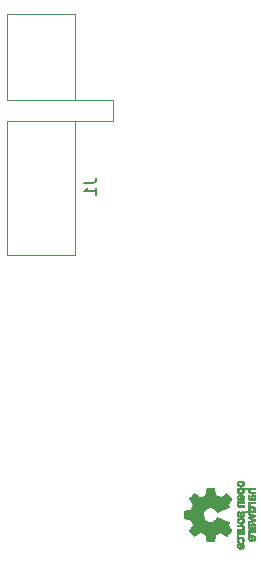
<source format=gbr>
G04 #@! TF.GenerationSoftware,KiCad,Pcbnew,5.0.2+dfsg1-1*
G04 #@! TF.CreationDate,2021-07-01T00:09:32-05:00*
G04 #@! TF.ProjectId,dcpsu-card-ahalf,64637073-752d-4636-9172-642d6168616c,v0.4*
G04 #@! TF.SameCoordinates,Original*
G04 #@! TF.FileFunction,Legend,Bot*
G04 #@! TF.FilePolarity,Positive*
%FSLAX46Y46*%
G04 Gerber Fmt 4.6, Leading zero omitted, Abs format (unit mm)*
G04 Created by KiCad (PCBNEW 5.0.2+dfsg1-1) date Thu 01 Jul 2021 12:09:32 AM CDT*
%MOMM*%
%LPD*%
G01*
G04 APERTURE LIST*
%ADD10C,0.010000*%
%ADD11C,0.120000*%
%ADD12C,0.150000*%
G04 APERTURE END LIST*
D10*
G04 #@! TO.C,REF\002A\002A*
G36*
X95290018Y-126376964D02*
X95591570Y-126433812D01*
X95764512Y-126853338D01*
X95593395Y-127104984D01*
X95545750Y-127175458D01*
X95503210Y-127239163D01*
X95467715Y-127293126D01*
X95441210Y-127334373D01*
X95425636Y-127359934D01*
X95422278Y-127366895D01*
X95430914Y-127379435D01*
X95454792Y-127406231D01*
X95490859Y-127444280D01*
X95536067Y-127490579D01*
X95587364Y-127542123D01*
X95641701Y-127595909D01*
X95696028Y-127648935D01*
X95747295Y-127698195D01*
X95792451Y-127740687D01*
X95828446Y-127773407D01*
X95852230Y-127793351D01*
X95860190Y-127798119D01*
X95874865Y-127791257D01*
X95907014Y-127772020D01*
X95953492Y-127742430D01*
X96011156Y-127704510D01*
X96076860Y-127660282D01*
X96114336Y-127634654D01*
X96182768Y-127587941D01*
X96244520Y-127546432D01*
X96296519Y-127512140D01*
X96335692Y-127487080D01*
X96358965Y-127473264D01*
X96363855Y-127471188D01*
X96377755Y-127475895D01*
X96410150Y-127488723D01*
X96456485Y-127507738D01*
X96512206Y-127531003D01*
X96572758Y-127556584D01*
X96633586Y-127582545D01*
X96690136Y-127606950D01*
X96737852Y-127627863D01*
X96772181Y-127643349D01*
X96788568Y-127651472D01*
X96789212Y-127651952D01*
X96792341Y-127664707D01*
X96799321Y-127698677D01*
X96809467Y-127750340D01*
X96822092Y-127816176D01*
X96836509Y-127892664D01*
X96844823Y-127937290D01*
X96860384Y-128019021D01*
X96875192Y-128092843D01*
X96888436Y-128155021D01*
X96899305Y-128201822D01*
X96906989Y-128229509D01*
X96909427Y-128235074D01*
X96925930Y-128240526D01*
X96963200Y-128244924D01*
X97016880Y-128248272D01*
X97082612Y-128250574D01*
X97156037Y-128251832D01*
X97232796Y-128252048D01*
X97308532Y-128251227D01*
X97378886Y-128249371D01*
X97439500Y-128246482D01*
X97486016Y-128242565D01*
X97514075Y-128237622D01*
X97519916Y-128234657D01*
X97526917Y-128216934D01*
X97536927Y-128179381D01*
X97548769Y-128126964D01*
X97561267Y-128064652D01*
X97565310Y-128042900D01*
X97584520Y-127938024D01*
X97599991Y-127855180D01*
X97612337Y-127791630D01*
X97622173Y-127744637D01*
X97630114Y-127711463D01*
X97636776Y-127689371D01*
X97642773Y-127675624D01*
X97648719Y-127667484D01*
X97649894Y-127666345D01*
X97668826Y-127654977D01*
X97705669Y-127637635D01*
X97755913Y-127616050D01*
X97815046Y-127591954D01*
X97878556Y-127567079D01*
X97941932Y-127543157D01*
X98000662Y-127521919D01*
X98050235Y-127505097D01*
X98086139Y-127494422D01*
X98103862Y-127491627D01*
X98104483Y-127491860D01*
X98118970Y-127501331D01*
X98150844Y-127522818D01*
X98196789Y-127554063D01*
X98253485Y-127592807D01*
X98317617Y-127636793D01*
X98335842Y-127649319D01*
X98401914Y-127693984D01*
X98462200Y-127733288D01*
X98513235Y-127765088D01*
X98551560Y-127787245D01*
X98573711Y-127797617D01*
X98576432Y-127798119D01*
X98590736Y-127789405D01*
X98619072Y-127765325D01*
X98658396Y-127728976D01*
X98705661Y-127683453D01*
X98757823Y-127631852D01*
X98811835Y-127577267D01*
X98864653Y-127522794D01*
X98913231Y-127471529D01*
X98954523Y-127426567D01*
X98985485Y-127391004D01*
X99003070Y-127367935D01*
X99005941Y-127361554D01*
X98999178Y-127346699D01*
X98980939Y-127316286D01*
X98954297Y-127275268D01*
X98932852Y-127243709D01*
X98893503Y-127186525D01*
X98847171Y-127118806D01*
X98800913Y-127050880D01*
X98776155Y-127014361D01*
X98692547Y-126890752D01*
X98748650Y-126786991D01*
X98773228Y-126739720D01*
X98792331Y-126699523D01*
X98803227Y-126672326D01*
X98804743Y-126665402D01*
X98793549Y-126657077D01*
X98761917Y-126640654D01*
X98712765Y-126617357D01*
X98649010Y-126588414D01*
X98573571Y-126555050D01*
X98489364Y-126518491D01*
X98399308Y-126479964D01*
X98306321Y-126440694D01*
X98213320Y-126401908D01*
X98123223Y-126364830D01*
X98038948Y-126330689D01*
X97963413Y-126300708D01*
X97899534Y-126276116D01*
X97850231Y-126258136D01*
X97818421Y-126247997D01*
X97807496Y-126246366D01*
X97793561Y-126259291D01*
X97770940Y-126287589D01*
X97744333Y-126325346D01*
X97742228Y-126328515D01*
X97664114Y-126426100D01*
X97572982Y-126504786D01*
X97471745Y-126563891D01*
X97363318Y-126602732D01*
X97250614Y-126620628D01*
X97136548Y-126616897D01*
X97024034Y-126590857D01*
X96915985Y-126541825D01*
X96892345Y-126527400D01*
X96796887Y-126452369D01*
X96720232Y-126363730D01*
X96662780Y-126264549D01*
X96624929Y-126157895D01*
X96607078Y-126046836D01*
X96609625Y-125934439D01*
X96632970Y-125823773D01*
X96677510Y-125717906D01*
X96743645Y-125619905D01*
X96770487Y-125589590D01*
X96854512Y-125512438D01*
X96942966Y-125456218D01*
X97042115Y-125417653D01*
X97140303Y-125396174D01*
X97250697Y-125390872D01*
X97361640Y-125408552D01*
X97469381Y-125447419D01*
X97570169Y-125505677D01*
X97660256Y-125581531D01*
X97735892Y-125673183D01*
X97743864Y-125685228D01*
X97769974Y-125723389D01*
X97792595Y-125752399D01*
X97807039Y-125766268D01*
X97807496Y-125766469D01*
X97823121Y-125763492D01*
X97858582Y-125751689D01*
X97910962Y-125732286D01*
X97977345Y-125706512D01*
X98054814Y-125675591D01*
X98140450Y-125640751D01*
X98231337Y-125603217D01*
X98324559Y-125564217D01*
X98417197Y-125524977D01*
X98506335Y-125486724D01*
X98589055Y-125450683D01*
X98662441Y-125418083D01*
X98723575Y-125390148D01*
X98769541Y-125368105D01*
X98797421Y-125353182D01*
X98804743Y-125347172D01*
X98799041Y-125328809D01*
X98783749Y-125294448D01*
X98761599Y-125250016D01*
X98748650Y-125225583D01*
X98692547Y-125121822D01*
X98776155Y-124998213D01*
X98818987Y-124935114D01*
X98866122Y-124866030D01*
X98910503Y-124801293D01*
X98932852Y-124768866D01*
X98963477Y-124723259D01*
X98987747Y-124684640D01*
X99002587Y-124658048D01*
X99005724Y-124649410D01*
X98997261Y-124636839D01*
X98973636Y-124609016D01*
X98937302Y-124568639D01*
X98890711Y-124518405D01*
X98836317Y-124461012D01*
X98801392Y-124424714D01*
X98738996Y-124361210D01*
X98683188Y-124306327D01*
X98636354Y-124262286D01*
X98600882Y-124231305D01*
X98579161Y-124215602D01*
X98574752Y-124214095D01*
X98557985Y-124221086D01*
X98524082Y-124240406D01*
X98476476Y-124269909D01*
X98418599Y-124307455D01*
X98353884Y-124350900D01*
X98335842Y-124363255D01*
X98270267Y-124408273D01*
X98211228Y-124448660D01*
X98162042Y-124482160D01*
X98126028Y-124506514D01*
X98106502Y-124519464D01*
X98104483Y-124520715D01*
X98088922Y-124518844D01*
X98054709Y-124508913D01*
X98006355Y-124492653D01*
X97948371Y-124471795D01*
X97885270Y-124448073D01*
X97821563Y-124423216D01*
X97761761Y-124398958D01*
X97710376Y-124377029D01*
X97671919Y-124359162D01*
X97650902Y-124347087D01*
X97649894Y-124346229D01*
X97643888Y-124338846D01*
X97637948Y-124326375D01*
X97631460Y-124306080D01*
X97623809Y-124275222D01*
X97614380Y-124231066D01*
X97602559Y-124170874D01*
X97587729Y-124091907D01*
X97569277Y-123991430D01*
X97565310Y-123969675D01*
X97552853Y-123905198D01*
X97540666Y-123848989D01*
X97529926Y-123806013D01*
X97521809Y-123781240D01*
X97519916Y-123777918D01*
X97503138Y-123772444D01*
X97465645Y-123767994D01*
X97411794Y-123764572D01*
X97345944Y-123762181D01*
X97272453Y-123760823D01*
X97195680Y-123760501D01*
X97119983Y-123761219D01*
X97049720Y-123762979D01*
X96989250Y-123765784D01*
X96942930Y-123769638D01*
X96915119Y-123774543D01*
X96909427Y-123777500D01*
X96903686Y-123793963D01*
X96894345Y-123831449D01*
X96882215Y-123886225D01*
X96868107Y-123954555D01*
X96852830Y-124032706D01*
X96844823Y-124075284D01*
X96829721Y-124156071D01*
X96816040Y-124228113D01*
X96804467Y-124287889D01*
X96795687Y-124331879D01*
X96790387Y-124356561D01*
X96789212Y-124360623D01*
X96775965Y-124367489D01*
X96744057Y-124382002D01*
X96698047Y-124402229D01*
X96642492Y-124426234D01*
X96581953Y-124452082D01*
X96520986Y-124477840D01*
X96464151Y-124501573D01*
X96416006Y-124521346D01*
X96381110Y-124535224D01*
X96364021Y-124541274D01*
X96363274Y-124541386D01*
X96349793Y-124534528D01*
X96318770Y-124515302D01*
X96273289Y-124485728D01*
X96216432Y-124447827D01*
X96151283Y-124403620D01*
X96113862Y-124377921D01*
X96045247Y-124331093D01*
X95982952Y-124289501D01*
X95930129Y-124255175D01*
X95889927Y-124230143D01*
X95865500Y-124216435D01*
X95860024Y-124214456D01*
X95847278Y-124222966D01*
X95820063Y-124246493D01*
X95781428Y-124282032D01*
X95734423Y-124326577D01*
X95682095Y-124377123D01*
X95627495Y-124430664D01*
X95573670Y-124484195D01*
X95523670Y-124534711D01*
X95480543Y-124579206D01*
X95447339Y-124614675D01*
X95427106Y-124638113D01*
X95422278Y-124645954D01*
X95429067Y-124658720D01*
X95448142Y-124689256D01*
X95477561Y-124734590D01*
X95515381Y-124791756D01*
X95559661Y-124857784D01*
X95593395Y-124907590D01*
X95764512Y-125159236D01*
X95678041Y-125368999D01*
X95591570Y-125578763D01*
X95290018Y-125635611D01*
X94988466Y-125692460D01*
X94988466Y-126320115D01*
X95290018Y-126376964D01*
X95290018Y-126376964D01*
G37*
X95290018Y-126376964D02*
X95591570Y-126433812D01*
X95764512Y-126853338D01*
X95593395Y-127104984D01*
X95545750Y-127175458D01*
X95503210Y-127239163D01*
X95467715Y-127293126D01*
X95441210Y-127334373D01*
X95425636Y-127359934D01*
X95422278Y-127366895D01*
X95430914Y-127379435D01*
X95454792Y-127406231D01*
X95490859Y-127444280D01*
X95536067Y-127490579D01*
X95587364Y-127542123D01*
X95641701Y-127595909D01*
X95696028Y-127648935D01*
X95747295Y-127698195D01*
X95792451Y-127740687D01*
X95828446Y-127773407D01*
X95852230Y-127793351D01*
X95860190Y-127798119D01*
X95874865Y-127791257D01*
X95907014Y-127772020D01*
X95953492Y-127742430D01*
X96011156Y-127704510D01*
X96076860Y-127660282D01*
X96114336Y-127634654D01*
X96182768Y-127587941D01*
X96244520Y-127546432D01*
X96296519Y-127512140D01*
X96335692Y-127487080D01*
X96358965Y-127473264D01*
X96363855Y-127471188D01*
X96377755Y-127475895D01*
X96410150Y-127488723D01*
X96456485Y-127507738D01*
X96512206Y-127531003D01*
X96572758Y-127556584D01*
X96633586Y-127582545D01*
X96690136Y-127606950D01*
X96737852Y-127627863D01*
X96772181Y-127643349D01*
X96788568Y-127651472D01*
X96789212Y-127651952D01*
X96792341Y-127664707D01*
X96799321Y-127698677D01*
X96809467Y-127750340D01*
X96822092Y-127816176D01*
X96836509Y-127892664D01*
X96844823Y-127937290D01*
X96860384Y-128019021D01*
X96875192Y-128092843D01*
X96888436Y-128155021D01*
X96899305Y-128201822D01*
X96906989Y-128229509D01*
X96909427Y-128235074D01*
X96925930Y-128240526D01*
X96963200Y-128244924D01*
X97016880Y-128248272D01*
X97082612Y-128250574D01*
X97156037Y-128251832D01*
X97232796Y-128252048D01*
X97308532Y-128251227D01*
X97378886Y-128249371D01*
X97439500Y-128246482D01*
X97486016Y-128242565D01*
X97514075Y-128237622D01*
X97519916Y-128234657D01*
X97526917Y-128216934D01*
X97536927Y-128179381D01*
X97548769Y-128126964D01*
X97561267Y-128064652D01*
X97565310Y-128042900D01*
X97584520Y-127938024D01*
X97599991Y-127855180D01*
X97612337Y-127791630D01*
X97622173Y-127744637D01*
X97630114Y-127711463D01*
X97636776Y-127689371D01*
X97642773Y-127675624D01*
X97648719Y-127667484D01*
X97649894Y-127666345D01*
X97668826Y-127654977D01*
X97705669Y-127637635D01*
X97755913Y-127616050D01*
X97815046Y-127591954D01*
X97878556Y-127567079D01*
X97941932Y-127543157D01*
X98000662Y-127521919D01*
X98050235Y-127505097D01*
X98086139Y-127494422D01*
X98103862Y-127491627D01*
X98104483Y-127491860D01*
X98118970Y-127501331D01*
X98150844Y-127522818D01*
X98196789Y-127554063D01*
X98253485Y-127592807D01*
X98317617Y-127636793D01*
X98335842Y-127649319D01*
X98401914Y-127693984D01*
X98462200Y-127733288D01*
X98513235Y-127765088D01*
X98551560Y-127787245D01*
X98573711Y-127797617D01*
X98576432Y-127798119D01*
X98590736Y-127789405D01*
X98619072Y-127765325D01*
X98658396Y-127728976D01*
X98705661Y-127683453D01*
X98757823Y-127631852D01*
X98811835Y-127577267D01*
X98864653Y-127522794D01*
X98913231Y-127471529D01*
X98954523Y-127426567D01*
X98985485Y-127391004D01*
X99003070Y-127367935D01*
X99005941Y-127361554D01*
X98999178Y-127346699D01*
X98980939Y-127316286D01*
X98954297Y-127275268D01*
X98932852Y-127243709D01*
X98893503Y-127186525D01*
X98847171Y-127118806D01*
X98800913Y-127050880D01*
X98776155Y-127014361D01*
X98692547Y-126890752D01*
X98748650Y-126786991D01*
X98773228Y-126739720D01*
X98792331Y-126699523D01*
X98803227Y-126672326D01*
X98804743Y-126665402D01*
X98793549Y-126657077D01*
X98761917Y-126640654D01*
X98712765Y-126617357D01*
X98649010Y-126588414D01*
X98573571Y-126555050D01*
X98489364Y-126518491D01*
X98399308Y-126479964D01*
X98306321Y-126440694D01*
X98213320Y-126401908D01*
X98123223Y-126364830D01*
X98038948Y-126330689D01*
X97963413Y-126300708D01*
X97899534Y-126276116D01*
X97850231Y-126258136D01*
X97818421Y-126247997D01*
X97807496Y-126246366D01*
X97793561Y-126259291D01*
X97770940Y-126287589D01*
X97744333Y-126325346D01*
X97742228Y-126328515D01*
X97664114Y-126426100D01*
X97572982Y-126504786D01*
X97471745Y-126563891D01*
X97363318Y-126602732D01*
X97250614Y-126620628D01*
X97136548Y-126616897D01*
X97024034Y-126590857D01*
X96915985Y-126541825D01*
X96892345Y-126527400D01*
X96796887Y-126452369D01*
X96720232Y-126363730D01*
X96662780Y-126264549D01*
X96624929Y-126157895D01*
X96607078Y-126046836D01*
X96609625Y-125934439D01*
X96632970Y-125823773D01*
X96677510Y-125717906D01*
X96743645Y-125619905D01*
X96770487Y-125589590D01*
X96854512Y-125512438D01*
X96942966Y-125456218D01*
X97042115Y-125417653D01*
X97140303Y-125396174D01*
X97250697Y-125390872D01*
X97361640Y-125408552D01*
X97469381Y-125447419D01*
X97570169Y-125505677D01*
X97660256Y-125581531D01*
X97735892Y-125673183D01*
X97743864Y-125685228D01*
X97769974Y-125723389D01*
X97792595Y-125752399D01*
X97807039Y-125766268D01*
X97807496Y-125766469D01*
X97823121Y-125763492D01*
X97858582Y-125751689D01*
X97910962Y-125732286D01*
X97977345Y-125706512D01*
X98054814Y-125675591D01*
X98140450Y-125640751D01*
X98231337Y-125603217D01*
X98324559Y-125564217D01*
X98417197Y-125524977D01*
X98506335Y-125486724D01*
X98589055Y-125450683D01*
X98662441Y-125418083D01*
X98723575Y-125390148D01*
X98769541Y-125368105D01*
X98797421Y-125353182D01*
X98804743Y-125347172D01*
X98799041Y-125328809D01*
X98783749Y-125294448D01*
X98761599Y-125250016D01*
X98748650Y-125225583D01*
X98692547Y-125121822D01*
X98776155Y-124998213D01*
X98818987Y-124935114D01*
X98866122Y-124866030D01*
X98910503Y-124801293D01*
X98932852Y-124768866D01*
X98963477Y-124723259D01*
X98987747Y-124684640D01*
X99002587Y-124658048D01*
X99005724Y-124649410D01*
X98997261Y-124636839D01*
X98973636Y-124609016D01*
X98937302Y-124568639D01*
X98890711Y-124518405D01*
X98836317Y-124461012D01*
X98801392Y-124424714D01*
X98738996Y-124361210D01*
X98683188Y-124306327D01*
X98636354Y-124262286D01*
X98600882Y-124231305D01*
X98579161Y-124215602D01*
X98574752Y-124214095D01*
X98557985Y-124221086D01*
X98524082Y-124240406D01*
X98476476Y-124269909D01*
X98418599Y-124307455D01*
X98353884Y-124350900D01*
X98335842Y-124363255D01*
X98270267Y-124408273D01*
X98211228Y-124448660D01*
X98162042Y-124482160D01*
X98126028Y-124506514D01*
X98106502Y-124519464D01*
X98104483Y-124520715D01*
X98088922Y-124518844D01*
X98054709Y-124508913D01*
X98006355Y-124492653D01*
X97948371Y-124471795D01*
X97885270Y-124448073D01*
X97821563Y-124423216D01*
X97761761Y-124398958D01*
X97710376Y-124377029D01*
X97671919Y-124359162D01*
X97650902Y-124347087D01*
X97649894Y-124346229D01*
X97643888Y-124338846D01*
X97637948Y-124326375D01*
X97631460Y-124306080D01*
X97623809Y-124275222D01*
X97614380Y-124231066D01*
X97602559Y-124170874D01*
X97587729Y-124091907D01*
X97569277Y-123991430D01*
X97565310Y-123969675D01*
X97552853Y-123905198D01*
X97540666Y-123848989D01*
X97529926Y-123806013D01*
X97521809Y-123781240D01*
X97519916Y-123777918D01*
X97503138Y-123772444D01*
X97465645Y-123767994D01*
X97411794Y-123764572D01*
X97345944Y-123762181D01*
X97272453Y-123760823D01*
X97195680Y-123760501D01*
X97119983Y-123761219D01*
X97049720Y-123762979D01*
X96989250Y-123765784D01*
X96942930Y-123769638D01*
X96915119Y-123774543D01*
X96909427Y-123777500D01*
X96903686Y-123793963D01*
X96894345Y-123831449D01*
X96882215Y-123886225D01*
X96868107Y-123954555D01*
X96852830Y-124032706D01*
X96844823Y-124075284D01*
X96829721Y-124156071D01*
X96816040Y-124228113D01*
X96804467Y-124287889D01*
X96795687Y-124331879D01*
X96790387Y-124356561D01*
X96789212Y-124360623D01*
X96775965Y-124367489D01*
X96744057Y-124382002D01*
X96698047Y-124402229D01*
X96642492Y-124426234D01*
X96581953Y-124452082D01*
X96520986Y-124477840D01*
X96464151Y-124501573D01*
X96416006Y-124521346D01*
X96381110Y-124535224D01*
X96364021Y-124541274D01*
X96363274Y-124541386D01*
X96349793Y-124534528D01*
X96318770Y-124515302D01*
X96273289Y-124485728D01*
X96216432Y-124447827D01*
X96151283Y-124403620D01*
X96113862Y-124377921D01*
X96045247Y-124331093D01*
X95982952Y-124289501D01*
X95930129Y-124255175D01*
X95889927Y-124230143D01*
X95865500Y-124216435D01*
X95860024Y-124214456D01*
X95847278Y-124222966D01*
X95820063Y-124246493D01*
X95781428Y-124282032D01*
X95734423Y-124326577D01*
X95682095Y-124377123D01*
X95627495Y-124430664D01*
X95573670Y-124484195D01*
X95523670Y-124534711D01*
X95480543Y-124579206D01*
X95447339Y-124614675D01*
X95427106Y-124638113D01*
X95422278Y-124645954D01*
X95429067Y-124658720D01*
X95448142Y-124689256D01*
X95477561Y-124734590D01*
X95515381Y-124791756D01*
X95559661Y-124857784D01*
X95593395Y-124907590D01*
X95764512Y-125159236D01*
X95678041Y-125368999D01*
X95591570Y-125578763D01*
X95290018Y-125635611D01*
X94988466Y-125692460D01*
X94988466Y-126320115D01*
X95290018Y-126376964D01*
G36*
X99458030Y-127799460D02*
X99471245Y-127842711D01*
X99487941Y-127870558D01*
X99501145Y-127879629D01*
X99516797Y-127877132D01*
X99541385Y-127860931D01*
X99558800Y-127847232D01*
X99590283Y-127818992D01*
X99603529Y-127797775D01*
X99602664Y-127779688D01*
X99589010Y-127726035D01*
X99589630Y-127686630D01*
X99605104Y-127654632D01*
X99614161Y-127643890D01*
X99646027Y-127609505D01*
X100062179Y-127609505D01*
X100062179Y-127471188D01*
X99458614Y-127471188D01*
X99458614Y-127540347D01*
X99460256Y-127581869D01*
X99466087Y-127603291D01*
X99477461Y-127609502D01*
X99477798Y-127609505D01*
X99489713Y-127612439D01*
X99488159Y-127625704D01*
X99479563Y-127644084D01*
X99463568Y-127682046D01*
X99453945Y-127712872D01*
X99451478Y-127752536D01*
X99458030Y-127799460D01*
X99458030Y-127799460D01*
G37*
X99458030Y-127799460D02*
X99471245Y-127842711D01*
X99487941Y-127870558D01*
X99501145Y-127879629D01*
X99516797Y-127877132D01*
X99541385Y-127860931D01*
X99558800Y-127847232D01*
X99590283Y-127818992D01*
X99603529Y-127797775D01*
X99602664Y-127779688D01*
X99589010Y-127726035D01*
X99589630Y-127686630D01*
X99605104Y-127654632D01*
X99614161Y-127643890D01*
X99646027Y-127609505D01*
X100062179Y-127609505D01*
X100062179Y-127471188D01*
X99458614Y-127471188D01*
X99458614Y-127540347D01*
X99460256Y-127581869D01*
X99466087Y-127603291D01*
X99477461Y-127609502D01*
X99477798Y-127609505D01*
X99489713Y-127612439D01*
X99488159Y-127625704D01*
X99479563Y-127644084D01*
X99463568Y-127682046D01*
X99453945Y-127712872D01*
X99451478Y-127752536D01*
X99458030Y-127799460D01*
G36*
X99469002Y-125245988D02*
X99483950Y-125277283D01*
X99505541Y-125307591D01*
X99530391Y-125330682D01*
X99562087Y-125347500D01*
X99604214Y-125358994D01*
X99660358Y-125366109D01*
X99734106Y-125369793D01*
X99829044Y-125370992D01*
X99838985Y-125371011D01*
X100062179Y-125371287D01*
X100062179Y-125232970D01*
X99856418Y-125232970D01*
X99780189Y-125232872D01*
X99724939Y-125232191D01*
X99686501Y-125230349D01*
X99660706Y-125226767D01*
X99643384Y-125220868D01*
X99630368Y-125212073D01*
X99617507Y-125199820D01*
X99589873Y-125156953D01*
X99584745Y-125110157D01*
X99602217Y-125065576D01*
X99615221Y-125050072D01*
X99627447Y-125038690D01*
X99640540Y-125030519D01*
X99658615Y-125025026D01*
X99685787Y-125021680D01*
X99726170Y-125019949D01*
X99783879Y-125019303D01*
X99854132Y-125019208D01*
X100062179Y-125019208D01*
X100062179Y-124880891D01*
X99458614Y-124880891D01*
X99458614Y-124950050D01*
X99460256Y-124991572D01*
X99466087Y-125012994D01*
X99477461Y-125019205D01*
X99477798Y-125019208D01*
X99488938Y-125022090D01*
X99487674Y-125034801D01*
X99475434Y-125060074D01*
X99457424Y-125117395D01*
X99455421Y-125182963D01*
X99469002Y-125245988D01*
X99469002Y-125245988D01*
G37*
X99469002Y-125245988D02*
X99483950Y-125277283D01*
X99505541Y-125307591D01*
X99530391Y-125330682D01*
X99562087Y-125347500D01*
X99604214Y-125358994D01*
X99660358Y-125366109D01*
X99734106Y-125369793D01*
X99829044Y-125370992D01*
X99838985Y-125371011D01*
X100062179Y-125371287D01*
X100062179Y-125232970D01*
X99856418Y-125232970D01*
X99780189Y-125232872D01*
X99724939Y-125232191D01*
X99686501Y-125230349D01*
X99660706Y-125226767D01*
X99643384Y-125220868D01*
X99630368Y-125212073D01*
X99617507Y-125199820D01*
X99589873Y-125156953D01*
X99584745Y-125110157D01*
X99602217Y-125065576D01*
X99615221Y-125050072D01*
X99627447Y-125038690D01*
X99640540Y-125030519D01*
X99658615Y-125025026D01*
X99685787Y-125021680D01*
X99726170Y-125019949D01*
X99783879Y-125019303D01*
X99854132Y-125019208D01*
X100062179Y-125019208D01*
X100062179Y-124880891D01*
X99458614Y-124880891D01*
X99458614Y-124950050D01*
X99460256Y-124991572D01*
X99466087Y-125012994D01*
X99477461Y-125019205D01*
X99477798Y-125019208D01*
X99488938Y-125022090D01*
X99487674Y-125034801D01*
X99475434Y-125060074D01*
X99457424Y-125117395D01*
X99455421Y-125182963D01*
X99469002Y-125245988D01*
G36*
X99456457Y-128677898D02*
X99464279Y-128710096D01*
X99492921Y-128771825D01*
X99536667Y-128824610D01*
X99589117Y-128861141D01*
X99600893Y-128866160D01*
X99631740Y-128873045D01*
X99677371Y-128877864D01*
X99723492Y-128879505D01*
X99810693Y-128879505D01*
X99810693Y-128697178D01*
X99810978Y-128621979D01*
X99812704Y-128569003D01*
X99817181Y-128535325D01*
X99825720Y-128518020D01*
X99839630Y-128514163D01*
X99860222Y-128520829D01*
X99884315Y-128532770D01*
X99924525Y-128566080D01*
X99944558Y-128612368D01*
X99943905Y-128668944D01*
X99922101Y-128733031D01*
X99895193Y-128788417D01*
X99931532Y-128834375D01*
X99967872Y-128880333D01*
X100007819Y-128837096D01*
X100045563Y-128779374D01*
X100068320Y-128708386D01*
X100074688Y-128632029D01*
X100063268Y-128558199D01*
X100059393Y-128546287D01*
X100025506Y-128481399D01*
X99974986Y-128433130D01*
X99906325Y-128400465D01*
X99818014Y-128382385D01*
X99816121Y-128382175D01*
X99719878Y-128380556D01*
X99685542Y-128387100D01*
X99685542Y-128514852D01*
X99690822Y-128526584D01*
X99694867Y-128558438D01*
X99697176Y-128605397D01*
X99697525Y-128635154D01*
X99697306Y-128690648D01*
X99695916Y-128725346D01*
X99692251Y-128743601D01*
X99685210Y-128749766D01*
X99673690Y-128748195D01*
X99669233Y-128746878D01*
X99627355Y-128724382D01*
X99593604Y-128689003D01*
X99578773Y-128657780D01*
X99579668Y-128616301D01*
X99598164Y-128574269D01*
X99628786Y-128539012D01*
X99666062Y-128517854D01*
X99685542Y-128514852D01*
X99685542Y-128387100D01*
X99635229Y-128396690D01*
X99564191Y-128428698D01*
X99508779Y-128474701D01*
X99471009Y-128532821D01*
X99452896Y-128601180D01*
X99456457Y-128677898D01*
X99456457Y-128677898D01*
G37*
X99456457Y-128677898D02*
X99464279Y-128710096D01*
X99492921Y-128771825D01*
X99536667Y-128824610D01*
X99589117Y-128861141D01*
X99600893Y-128866160D01*
X99631740Y-128873045D01*
X99677371Y-128877864D01*
X99723492Y-128879505D01*
X99810693Y-128879505D01*
X99810693Y-128697178D01*
X99810978Y-128621979D01*
X99812704Y-128569003D01*
X99817181Y-128535325D01*
X99825720Y-128518020D01*
X99839630Y-128514163D01*
X99860222Y-128520829D01*
X99884315Y-128532770D01*
X99924525Y-128566080D01*
X99944558Y-128612368D01*
X99943905Y-128668944D01*
X99922101Y-128733031D01*
X99895193Y-128788417D01*
X99931532Y-128834375D01*
X99967872Y-128880333D01*
X100007819Y-128837096D01*
X100045563Y-128779374D01*
X100068320Y-128708386D01*
X100074688Y-128632029D01*
X100063268Y-128558199D01*
X100059393Y-128546287D01*
X100025506Y-128481399D01*
X99974986Y-128433130D01*
X99906325Y-128400465D01*
X99818014Y-128382385D01*
X99816121Y-128382175D01*
X99719878Y-128380556D01*
X99685542Y-128387100D01*
X99685542Y-128514852D01*
X99690822Y-128526584D01*
X99694867Y-128558438D01*
X99697176Y-128605397D01*
X99697525Y-128635154D01*
X99697306Y-128690648D01*
X99695916Y-128725346D01*
X99692251Y-128743601D01*
X99685210Y-128749766D01*
X99673690Y-128748195D01*
X99669233Y-128746878D01*
X99627355Y-128724382D01*
X99593604Y-128689003D01*
X99578773Y-128657780D01*
X99579668Y-128616301D01*
X99598164Y-128574269D01*
X99628786Y-128539012D01*
X99666062Y-128517854D01*
X99685542Y-128514852D01*
X99685542Y-128387100D01*
X99635229Y-128396690D01*
X99564191Y-128428698D01*
X99508779Y-128474701D01*
X99471009Y-128532821D01*
X99452896Y-128601180D01*
X99456457Y-128677898D01*
G36*
X99463880Y-128217226D02*
X99494830Y-128290080D01*
X99509895Y-128313027D01*
X99533048Y-128342354D01*
X99551253Y-128360764D01*
X99557183Y-128363961D01*
X99570340Y-128354935D01*
X99592667Y-128331837D01*
X99608250Y-128313344D01*
X99648926Y-128262728D01*
X99615295Y-128222760D01*
X99593584Y-128191874D01*
X99586090Y-128161759D01*
X99587920Y-128127292D01*
X99601528Y-128072561D01*
X99629772Y-128034886D01*
X99675433Y-128011991D01*
X99741289Y-128001597D01*
X99741331Y-128001595D01*
X99814939Y-128002494D01*
X99868946Y-128016463D01*
X99905716Y-128044328D01*
X99918168Y-128063325D01*
X99933673Y-128113776D01*
X99933683Y-128167663D01*
X99918638Y-128214546D01*
X99911287Y-128225644D01*
X99892511Y-128253476D01*
X99889434Y-128275236D01*
X99903409Y-128298704D01*
X99928510Y-128324649D01*
X99970880Y-128365716D01*
X100008464Y-128320121D01*
X100050882Y-128249674D01*
X100071785Y-128170233D01*
X100070272Y-128087215D01*
X100056411Y-128032694D01*
X100022135Y-127968970D01*
X99968212Y-127918005D01*
X99930149Y-127894851D01*
X99875536Y-127876099D01*
X99806369Y-127866715D01*
X99731407Y-127866643D01*
X99659409Y-127875824D01*
X99599137Y-127894199D01*
X99592958Y-127897093D01*
X99532351Y-127939952D01*
X99488224Y-127997979D01*
X99461493Y-128066591D01*
X99453073Y-128141201D01*
X99463880Y-128217226D01*
X99463880Y-128217226D01*
G37*
X99463880Y-128217226D02*
X99494830Y-128290080D01*
X99509895Y-128313027D01*
X99533048Y-128342354D01*
X99551253Y-128360764D01*
X99557183Y-128363961D01*
X99570340Y-128354935D01*
X99592667Y-128331837D01*
X99608250Y-128313344D01*
X99648926Y-128262728D01*
X99615295Y-128222760D01*
X99593584Y-128191874D01*
X99586090Y-128161759D01*
X99587920Y-128127292D01*
X99601528Y-128072561D01*
X99629772Y-128034886D01*
X99675433Y-128011991D01*
X99741289Y-128001597D01*
X99741331Y-128001595D01*
X99814939Y-128002494D01*
X99868946Y-128016463D01*
X99905716Y-128044328D01*
X99918168Y-128063325D01*
X99933673Y-128113776D01*
X99933683Y-128167663D01*
X99918638Y-128214546D01*
X99911287Y-128225644D01*
X99892511Y-128253476D01*
X99889434Y-128275236D01*
X99903409Y-128298704D01*
X99928510Y-128324649D01*
X99970880Y-128365716D01*
X100008464Y-128320121D01*
X100050882Y-128249674D01*
X100071785Y-128170233D01*
X100070272Y-128087215D01*
X100056411Y-128032694D01*
X100022135Y-127968970D01*
X99968212Y-127918005D01*
X99930149Y-127894851D01*
X99875536Y-127876099D01*
X99806369Y-127866715D01*
X99731407Y-127866643D01*
X99659409Y-127875824D01*
X99599137Y-127894199D01*
X99592958Y-127897093D01*
X99532351Y-127939952D01*
X99488224Y-127997979D01*
X99461493Y-128066591D01*
X99453073Y-128141201D01*
X99463880Y-128217226D01*
G36*
X99654342Y-126993367D02*
X99746563Y-126994555D01*
X99816610Y-126998897D01*
X99867381Y-127007558D01*
X99901772Y-127021704D01*
X99922679Y-127042500D01*
X99933000Y-127071110D01*
X99935636Y-127106535D01*
X99932682Y-127143636D01*
X99921889Y-127171818D01*
X99900360Y-127192243D01*
X99865199Y-127206079D01*
X99813510Y-127214491D01*
X99742394Y-127218643D01*
X99654342Y-127219703D01*
X99458614Y-127219703D01*
X99458614Y-127358020D01*
X100062179Y-127358020D01*
X100062179Y-127288862D01*
X100060489Y-127247170D01*
X100054556Y-127225701D01*
X100043293Y-127219703D01*
X100033261Y-127216091D01*
X100035383Y-127201714D01*
X100049580Y-127172736D01*
X100071480Y-127106319D01*
X100069928Y-127035875D01*
X100046147Y-126968377D01*
X100027362Y-126936233D01*
X100007022Y-126911715D01*
X99981573Y-126893804D01*
X99947458Y-126881479D01*
X99901121Y-126873723D01*
X99839007Y-126869516D01*
X99757561Y-126867840D01*
X99694578Y-126867624D01*
X99458614Y-126867624D01*
X99458614Y-126993367D01*
X99654342Y-126993367D01*
X99654342Y-126993367D01*
G37*
X99654342Y-126993367D02*
X99746563Y-126994555D01*
X99816610Y-126998897D01*
X99867381Y-127007558D01*
X99901772Y-127021704D01*
X99922679Y-127042500D01*
X99933000Y-127071110D01*
X99935636Y-127106535D01*
X99932682Y-127143636D01*
X99921889Y-127171818D01*
X99900360Y-127192243D01*
X99865199Y-127206079D01*
X99813510Y-127214491D01*
X99742394Y-127218643D01*
X99654342Y-127219703D01*
X99458614Y-127219703D01*
X99458614Y-127358020D01*
X100062179Y-127358020D01*
X100062179Y-127288862D01*
X100060489Y-127247170D01*
X100054556Y-127225701D01*
X100043293Y-127219703D01*
X100033261Y-127216091D01*
X100035383Y-127201714D01*
X100049580Y-127172736D01*
X100071480Y-127106319D01*
X100069928Y-127035875D01*
X100046147Y-126968377D01*
X100027362Y-126936233D01*
X100007022Y-126911715D01*
X99981573Y-126893804D01*
X99947458Y-126881479D01*
X99901121Y-126873723D01*
X99839007Y-126869516D01*
X99757561Y-126867840D01*
X99694578Y-126867624D01*
X99458614Y-126867624D01*
X99458614Y-126993367D01*
X99654342Y-126993367D01*
G36*
X99466055Y-126610762D02*
X99500692Y-126674363D01*
X99555372Y-126724123D01*
X99599842Y-126747568D01*
X99639121Y-126757634D01*
X99695116Y-126764156D01*
X99759621Y-126766951D01*
X99824429Y-126765836D01*
X99881334Y-126760626D01*
X99911727Y-126754541D01*
X99953306Y-126734014D01*
X99997468Y-126698463D01*
X100036087Y-126655619D01*
X100061034Y-126613211D01*
X100061430Y-126612177D01*
X100072331Y-126559553D01*
X100072601Y-126497188D01*
X100062676Y-126437924D01*
X100054722Y-126415040D01*
X100021300Y-126356102D01*
X99977511Y-126313890D01*
X99919538Y-126286156D01*
X99843565Y-126270651D01*
X99803771Y-126267143D01*
X99753766Y-126267590D01*
X99753766Y-126402376D01*
X99826732Y-126406917D01*
X99882334Y-126419986D01*
X99917861Y-126440756D01*
X99928020Y-126455552D01*
X99935104Y-126493464D01*
X99933007Y-126538527D01*
X99922812Y-126577487D01*
X99917204Y-126587704D01*
X99884538Y-126614659D01*
X99834545Y-126632451D01*
X99773705Y-126640024D01*
X99708497Y-126636325D01*
X99669253Y-126628057D01*
X99623805Y-126604320D01*
X99595396Y-126566849D01*
X99585573Y-126521720D01*
X99595887Y-126475011D01*
X99621112Y-126439132D01*
X99641925Y-126420277D01*
X99662439Y-126409272D01*
X99690203Y-126404026D01*
X99732762Y-126402449D01*
X99753766Y-126402376D01*
X99753766Y-126267590D01*
X99697580Y-126268094D01*
X99610501Y-126285388D01*
X99542530Y-126319029D01*
X99493664Y-126369018D01*
X99463899Y-126435356D01*
X99460448Y-126449601D01*
X99452345Y-126535210D01*
X99466055Y-126610762D01*
X99466055Y-126610762D01*
G37*
X99466055Y-126610762D02*
X99500692Y-126674363D01*
X99555372Y-126724123D01*
X99599842Y-126747568D01*
X99639121Y-126757634D01*
X99695116Y-126764156D01*
X99759621Y-126766951D01*
X99824429Y-126765836D01*
X99881334Y-126760626D01*
X99911727Y-126754541D01*
X99953306Y-126734014D01*
X99997468Y-126698463D01*
X100036087Y-126655619D01*
X100061034Y-126613211D01*
X100061430Y-126612177D01*
X100072331Y-126559553D01*
X100072601Y-126497188D01*
X100062676Y-126437924D01*
X100054722Y-126415040D01*
X100021300Y-126356102D01*
X99977511Y-126313890D01*
X99919538Y-126286156D01*
X99843565Y-126270651D01*
X99803771Y-126267143D01*
X99753766Y-126267590D01*
X99753766Y-126402376D01*
X99826732Y-126406917D01*
X99882334Y-126419986D01*
X99917861Y-126440756D01*
X99928020Y-126455552D01*
X99935104Y-126493464D01*
X99933007Y-126538527D01*
X99922812Y-126577487D01*
X99917204Y-126587704D01*
X99884538Y-126614659D01*
X99834545Y-126632451D01*
X99773705Y-126640024D01*
X99708497Y-126636325D01*
X99669253Y-126628057D01*
X99623805Y-126604320D01*
X99595396Y-126566849D01*
X99585573Y-126521720D01*
X99595887Y-126475011D01*
X99621112Y-126439132D01*
X99641925Y-126420277D01*
X99662439Y-126409272D01*
X99690203Y-126404026D01*
X99732762Y-126402449D01*
X99753766Y-126402376D01*
X99753766Y-126267590D01*
X99697580Y-126268094D01*
X99610501Y-126285388D01*
X99542530Y-126319029D01*
X99493664Y-126369018D01*
X99463899Y-126435356D01*
X99460448Y-126449601D01*
X99452345Y-126535210D01*
X99466055Y-126610762D01*
G36*
X99456452Y-126014017D02*
X99465482Y-126061634D01*
X99484370Y-126111034D01*
X99486777Y-126116312D01*
X99506476Y-126153774D01*
X99524781Y-126179717D01*
X99536508Y-126188103D01*
X99555632Y-126180117D01*
X99583850Y-126160720D01*
X99594384Y-126152110D01*
X99635847Y-126116628D01*
X99608858Y-126070885D01*
X99590878Y-126027350D01*
X99581267Y-125977050D01*
X99580660Y-125928812D01*
X99589691Y-125891467D01*
X99595327Y-125882505D01*
X99621171Y-125865437D01*
X99650941Y-125863363D01*
X99674197Y-125876134D01*
X99678708Y-125883688D01*
X99684309Y-125906325D01*
X99690892Y-125946115D01*
X99697183Y-125995166D01*
X99698170Y-126004215D01*
X99711798Y-126082996D01*
X99734946Y-126140136D01*
X99769752Y-126178030D01*
X99818354Y-126199079D01*
X99877718Y-126205635D01*
X99945198Y-126196577D01*
X99998188Y-126167164D01*
X100036783Y-126117278D01*
X100061081Y-126046800D01*
X100070667Y-125968565D01*
X100070552Y-125904766D01*
X100061845Y-125853016D01*
X100049825Y-125817673D01*
X100028880Y-125773017D01*
X100004574Y-125731747D01*
X99993876Y-125717079D01*
X99963084Y-125679357D01*
X99917049Y-125724852D01*
X99871013Y-125770347D01*
X99905243Y-125822072D01*
X99930952Y-125873952D01*
X99944399Y-125929351D01*
X99945818Y-125982605D01*
X99935443Y-126028049D01*
X99913507Y-126060016D01*
X99894998Y-126070338D01*
X99865314Y-126068789D01*
X99842615Y-126043140D01*
X99826940Y-125993460D01*
X99819695Y-125939031D01*
X99805873Y-125855264D01*
X99779796Y-125793033D01*
X99740699Y-125751507D01*
X99687820Y-125729853D01*
X99625126Y-125726853D01*
X99559642Y-125741671D01*
X99510144Y-125775454D01*
X99476408Y-125828505D01*
X99458207Y-125901126D01*
X99454639Y-125954928D01*
X99456452Y-126014017D01*
X99456452Y-126014017D01*
G37*
X99456452Y-126014017D02*
X99465482Y-126061634D01*
X99484370Y-126111034D01*
X99486777Y-126116312D01*
X99506476Y-126153774D01*
X99524781Y-126179717D01*
X99536508Y-126188103D01*
X99555632Y-126180117D01*
X99583850Y-126160720D01*
X99594384Y-126152110D01*
X99635847Y-126116628D01*
X99608858Y-126070885D01*
X99590878Y-126027350D01*
X99581267Y-125977050D01*
X99580660Y-125928812D01*
X99589691Y-125891467D01*
X99595327Y-125882505D01*
X99621171Y-125865437D01*
X99650941Y-125863363D01*
X99674197Y-125876134D01*
X99678708Y-125883688D01*
X99684309Y-125906325D01*
X99690892Y-125946115D01*
X99697183Y-125995166D01*
X99698170Y-126004215D01*
X99711798Y-126082996D01*
X99734946Y-126140136D01*
X99769752Y-126178030D01*
X99818354Y-126199079D01*
X99877718Y-126205635D01*
X99945198Y-126196577D01*
X99998188Y-126167164D01*
X100036783Y-126117278D01*
X100061081Y-126046800D01*
X100070667Y-125968565D01*
X100070552Y-125904766D01*
X100061845Y-125853016D01*
X100049825Y-125817673D01*
X100028880Y-125773017D01*
X100004574Y-125731747D01*
X99993876Y-125717079D01*
X99963084Y-125679357D01*
X99917049Y-125724852D01*
X99871013Y-125770347D01*
X99905243Y-125822072D01*
X99930952Y-125873952D01*
X99944399Y-125929351D01*
X99945818Y-125982605D01*
X99935443Y-126028049D01*
X99913507Y-126060016D01*
X99894998Y-126070338D01*
X99865314Y-126068789D01*
X99842615Y-126043140D01*
X99826940Y-125993460D01*
X99819695Y-125939031D01*
X99805873Y-125855264D01*
X99779796Y-125793033D01*
X99740699Y-125751507D01*
X99687820Y-125729853D01*
X99625126Y-125726853D01*
X99559642Y-125741671D01*
X99510144Y-125775454D01*
X99476408Y-125828505D01*
X99458207Y-125901126D01*
X99454639Y-125954928D01*
X99456452Y-126014017D01*
G36*
X99472614Y-124643301D02*
X99478514Y-124655832D01*
X99510283Y-124699201D01*
X99556646Y-124740210D01*
X99607696Y-124770832D01*
X99631166Y-124779541D01*
X99673091Y-124787488D01*
X99723757Y-124792226D01*
X99744679Y-124792801D01*
X99810693Y-124792871D01*
X99810693Y-124412917D01*
X99845273Y-124421017D01*
X99886170Y-124440896D01*
X99921514Y-124475653D01*
X99944282Y-124517002D01*
X99949010Y-124543351D01*
X99943273Y-124579084D01*
X99928882Y-124621718D01*
X99922262Y-124636201D01*
X99895513Y-124689760D01*
X99930376Y-124735467D01*
X99953955Y-124761842D01*
X99973417Y-124775876D01*
X99979129Y-124776586D01*
X99992973Y-124764049D01*
X100014012Y-124736572D01*
X100030425Y-124711634D01*
X100059930Y-124644336D01*
X100073284Y-124568890D01*
X100069812Y-124494112D01*
X100051663Y-124434505D01*
X100012784Y-124373059D01*
X99961595Y-124329392D01*
X99895367Y-124302074D01*
X99811371Y-124289678D01*
X99772936Y-124288579D01*
X99684861Y-124292978D01*
X99682299Y-124293518D01*
X99682299Y-124419418D01*
X99690558Y-124422885D01*
X99695113Y-124437137D01*
X99697065Y-124466530D01*
X99697517Y-124515425D01*
X99697525Y-124534252D01*
X99696843Y-124591533D01*
X99694364Y-124627859D01*
X99689443Y-124647396D01*
X99681434Y-124654310D01*
X99678862Y-124654555D01*
X99658423Y-124646664D01*
X99629789Y-124626915D01*
X99619763Y-124618425D01*
X99591408Y-124586906D01*
X99580259Y-124554051D01*
X99579327Y-124536349D01*
X99590981Y-124488461D01*
X99622285Y-124448301D01*
X99667752Y-124422827D01*
X99669233Y-124422375D01*
X99682299Y-124419418D01*
X99682299Y-124293518D01*
X99615510Y-124307608D01*
X99560025Y-124333962D01*
X99520639Y-124366193D01*
X99477931Y-124425783D01*
X99455109Y-124495832D01*
X99453046Y-124570339D01*
X99472614Y-124643301D01*
X99472614Y-124643301D01*
G37*
X99472614Y-124643301D02*
X99478514Y-124655832D01*
X99510283Y-124699201D01*
X99556646Y-124740210D01*
X99607696Y-124770832D01*
X99631166Y-124779541D01*
X99673091Y-124787488D01*
X99723757Y-124792226D01*
X99744679Y-124792801D01*
X99810693Y-124792871D01*
X99810693Y-124412917D01*
X99845273Y-124421017D01*
X99886170Y-124440896D01*
X99921514Y-124475653D01*
X99944282Y-124517002D01*
X99949010Y-124543351D01*
X99943273Y-124579084D01*
X99928882Y-124621718D01*
X99922262Y-124636201D01*
X99895513Y-124689760D01*
X99930376Y-124735467D01*
X99953955Y-124761842D01*
X99973417Y-124775876D01*
X99979129Y-124776586D01*
X99992973Y-124764049D01*
X100014012Y-124736572D01*
X100030425Y-124711634D01*
X100059930Y-124644336D01*
X100073284Y-124568890D01*
X100069812Y-124494112D01*
X100051663Y-124434505D01*
X100012784Y-124373059D01*
X99961595Y-124329392D01*
X99895367Y-124302074D01*
X99811371Y-124289678D01*
X99772936Y-124288579D01*
X99684861Y-124292978D01*
X99682299Y-124293518D01*
X99682299Y-124419418D01*
X99690558Y-124422885D01*
X99695113Y-124437137D01*
X99697065Y-124466530D01*
X99697517Y-124515425D01*
X99697525Y-124534252D01*
X99696843Y-124591533D01*
X99694364Y-124627859D01*
X99689443Y-124647396D01*
X99681434Y-124654310D01*
X99678862Y-124654555D01*
X99658423Y-124646664D01*
X99629789Y-124626915D01*
X99619763Y-124618425D01*
X99591408Y-124586906D01*
X99580259Y-124554051D01*
X99579327Y-124536349D01*
X99590981Y-124488461D01*
X99622285Y-124448301D01*
X99667752Y-124422827D01*
X99669233Y-124422375D01*
X99682299Y-124419418D01*
X99682299Y-124293518D01*
X99615510Y-124307608D01*
X99560025Y-124333962D01*
X99520639Y-124366193D01*
X99477931Y-124425783D01*
X99455109Y-124495832D01*
X99453046Y-124570339D01*
X99472614Y-124643301D01*
G36*
X99465148Y-123461739D02*
X99494231Y-123527521D01*
X99542793Y-123577460D01*
X99610908Y-123611626D01*
X99698651Y-123630093D01*
X99712351Y-123631417D01*
X99808939Y-123632454D01*
X99893602Y-123619007D01*
X99962221Y-123591892D01*
X99984294Y-123577373D01*
X100031011Y-123526799D01*
X100061268Y-123462391D01*
X100073824Y-123390334D01*
X100067439Y-123316815D01*
X100047772Y-123260928D01*
X100014629Y-123212868D01*
X99971175Y-123173588D01*
X99970158Y-123172908D01*
X99943338Y-123156956D01*
X99916368Y-123146590D01*
X99882332Y-123140312D01*
X99834310Y-123136627D01*
X99794931Y-123135003D01*
X99759219Y-123134328D01*
X99759219Y-123260045D01*
X99794770Y-123261274D01*
X99842094Y-123265734D01*
X99872465Y-123273603D01*
X99894072Y-123287793D01*
X99906694Y-123301083D01*
X99933122Y-123348198D01*
X99936653Y-123397495D01*
X99917639Y-123443407D01*
X99896331Y-123466362D01*
X99874859Y-123482904D01*
X99854313Y-123492579D01*
X99827574Y-123496826D01*
X99787523Y-123497080D01*
X99750638Y-123495772D01*
X99697947Y-123492957D01*
X99663772Y-123488495D01*
X99641480Y-123480452D01*
X99624442Y-123466897D01*
X99614703Y-123456155D01*
X99589123Y-123411223D01*
X99587847Y-123362751D01*
X99602999Y-123322106D01*
X99634642Y-123287433D01*
X99686620Y-123266776D01*
X99759219Y-123260045D01*
X99759219Y-123134328D01*
X99716621Y-123133521D01*
X99658056Y-123136052D01*
X99614007Y-123143638D01*
X99579248Y-123157319D01*
X99548551Y-123178135D01*
X99539436Y-123185853D01*
X99494021Y-123234111D01*
X99467493Y-123285872D01*
X99456379Y-123349172D01*
X99455471Y-123380039D01*
X99465148Y-123461739D01*
X99465148Y-123461739D01*
G37*
X99465148Y-123461739D02*
X99494231Y-123527521D01*
X99542793Y-123577460D01*
X99610908Y-123611626D01*
X99698651Y-123630093D01*
X99712351Y-123631417D01*
X99808939Y-123632454D01*
X99893602Y-123619007D01*
X99962221Y-123591892D01*
X99984294Y-123577373D01*
X100031011Y-123526799D01*
X100061268Y-123462391D01*
X100073824Y-123390334D01*
X100067439Y-123316815D01*
X100047772Y-123260928D01*
X100014629Y-123212868D01*
X99971175Y-123173588D01*
X99970158Y-123172908D01*
X99943338Y-123156956D01*
X99916368Y-123146590D01*
X99882332Y-123140312D01*
X99834310Y-123136627D01*
X99794931Y-123135003D01*
X99759219Y-123134328D01*
X99759219Y-123260045D01*
X99794770Y-123261274D01*
X99842094Y-123265734D01*
X99872465Y-123273603D01*
X99894072Y-123287793D01*
X99906694Y-123301083D01*
X99933122Y-123348198D01*
X99936653Y-123397495D01*
X99917639Y-123443407D01*
X99896331Y-123466362D01*
X99874859Y-123482904D01*
X99854313Y-123492579D01*
X99827574Y-123496826D01*
X99787523Y-123497080D01*
X99750638Y-123495772D01*
X99697947Y-123492957D01*
X99663772Y-123488495D01*
X99641480Y-123480452D01*
X99624442Y-123466897D01*
X99614703Y-123456155D01*
X99589123Y-123411223D01*
X99587847Y-123362751D01*
X99602999Y-123322106D01*
X99634642Y-123287433D01*
X99686620Y-123266776D01*
X99759219Y-123260045D01*
X99759219Y-123134328D01*
X99716621Y-123133521D01*
X99658056Y-123136052D01*
X99614007Y-123143638D01*
X99579248Y-123157319D01*
X99548551Y-123178135D01*
X99539436Y-123185853D01*
X99494021Y-123234111D01*
X99467493Y-123285872D01*
X99456379Y-123349172D01*
X99455471Y-123380039D01*
X99465148Y-123461739D01*
G36*
X100404970Y-128032581D02*
X100420597Y-128092685D01*
X100452848Y-128143021D01*
X100476940Y-128167393D01*
X100533895Y-128207345D01*
X100599965Y-128230242D01*
X100681182Y-128238108D01*
X100687748Y-128238148D01*
X100753763Y-128238218D01*
X100753763Y-127858264D01*
X100788342Y-127866363D01*
X100819659Y-127880987D01*
X100852291Y-127906581D01*
X100857500Y-127911935D01*
X100885694Y-127957943D01*
X100890475Y-128010410D01*
X100871926Y-128070803D01*
X100866931Y-128081040D01*
X100851745Y-128112439D01*
X100843094Y-128133470D01*
X100842293Y-128137139D01*
X100850063Y-128149948D01*
X100869072Y-128174378D01*
X100879460Y-128186779D01*
X100903321Y-128212476D01*
X100919077Y-128220915D01*
X100933571Y-128215058D01*
X100937534Y-128211928D01*
X100954879Y-128190725D01*
X100975959Y-128155738D01*
X100988265Y-128131337D01*
X101009946Y-128062072D01*
X101016971Y-127985388D01*
X101008647Y-127912765D01*
X101002686Y-127892426D01*
X100968952Y-127829476D01*
X100917045Y-127782815D01*
X100846459Y-127752173D01*
X100756692Y-127737282D01*
X100709753Y-127735647D01*
X100641413Y-127740421D01*
X100641413Y-127860990D01*
X100646465Y-127872652D01*
X100650429Y-127903998D01*
X100652768Y-127949571D01*
X100653169Y-127980446D01*
X100652783Y-128035981D01*
X100650975Y-128071033D01*
X100646773Y-128090262D01*
X100639203Y-128098330D01*
X100628218Y-128099901D01*
X100594381Y-128089121D01*
X100560940Y-128061980D01*
X100535272Y-128026277D01*
X100524772Y-127990560D01*
X100534086Y-127942048D01*
X100561013Y-127900053D01*
X100599827Y-127870936D01*
X100641413Y-127860990D01*
X100641413Y-127740421D01*
X100610236Y-127742599D01*
X100530949Y-127764055D01*
X100471263Y-127800470D01*
X100430549Y-127852297D01*
X100408179Y-127919990D01*
X100403871Y-127956662D01*
X100404970Y-128032581D01*
X100404970Y-128032581D01*
G37*
X100404970Y-128032581D02*
X100420597Y-128092685D01*
X100452848Y-128143021D01*
X100476940Y-128167393D01*
X100533895Y-128207345D01*
X100599965Y-128230242D01*
X100681182Y-128238108D01*
X100687748Y-128238148D01*
X100753763Y-128238218D01*
X100753763Y-127858264D01*
X100788342Y-127866363D01*
X100819659Y-127880987D01*
X100852291Y-127906581D01*
X100857500Y-127911935D01*
X100885694Y-127957943D01*
X100890475Y-128010410D01*
X100871926Y-128070803D01*
X100866931Y-128081040D01*
X100851745Y-128112439D01*
X100843094Y-128133470D01*
X100842293Y-128137139D01*
X100850063Y-128149948D01*
X100869072Y-128174378D01*
X100879460Y-128186779D01*
X100903321Y-128212476D01*
X100919077Y-128220915D01*
X100933571Y-128215058D01*
X100937534Y-128211928D01*
X100954879Y-128190725D01*
X100975959Y-128155738D01*
X100988265Y-128131337D01*
X101009946Y-128062072D01*
X101016971Y-127985388D01*
X101008647Y-127912765D01*
X101002686Y-127892426D01*
X100968952Y-127829476D01*
X100917045Y-127782815D01*
X100846459Y-127752173D01*
X100756692Y-127737282D01*
X100709753Y-127735647D01*
X100641413Y-127740421D01*
X100641413Y-127860990D01*
X100646465Y-127872652D01*
X100650429Y-127903998D01*
X100652768Y-127949571D01*
X100653169Y-127980446D01*
X100652783Y-128035981D01*
X100650975Y-128071033D01*
X100646773Y-128090262D01*
X100639203Y-128098330D01*
X100628218Y-128099901D01*
X100594381Y-128089121D01*
X100560940Y-128061980D01*
X100535272Y-128026277D01*
X100524772Y-127990560D01*
X100534086Y-127942048D01*
X100561013Y-127900053D01*
X100599827Y-127870936D01*
X100641413Y-127860990D01*
X100641413Y-127740421D01*
X100610236Y-127742599D01*
X100530949Y-127764055D01*
X100471263Y-127800470D01*
X100430549Y-127852297D01*
X100408179Y-127919990D01*
X100403871Y-127956662D01*
X100404970Y-128032581D01*
G36*
X100401486Y-127635255D02*
X100411015Y-127683595D01*
X100425125Y-127711114D01*
X100448568Y-127740064D01*
X100500571Y-127698876D01*
X100532064Y-127673482D01*
X100547428Y-127656238D01*
X100549776Y-127639102D01*
X100542217Y-127614027D01*
X100537941Y-127602257D01*
X100531631Y-127554270D01*
X100545156Y-127510324D01*
X100575710Y-127478060D01*
X100585452Y-127472819D01*
X100611258Y-127467112D01*
X100658817Y-127462706D01*
X100724758Y-127459811D01*
X100805710Y-127458631D01*
X100817226Y-127458614D01*
X101017822Y-127458614D01*
X101017822Y-127320297D01*
X100401683Y-127320297D01*
X100401683Y-127389456D01*
X100402725Y-127429333D01*
X100407358Y-127450107D01*
X100417849Y-127457789D01*
X100427745Y-127458614D01*
X100453806Y-127458614D01*
X100427745Y-127491745D01*
X100409965Y-127529735D01*
X100401174Y-127580770D01*
X100401486Y-127635255D01*
X100401486Y-127635255D01*
G37*
X100401486Y-127635255D02*
X100411015Y-127683595D01*
X100425125Y-127711114D01*
X100448568Y-127740064D01*
X100500571Y-127698876D01*
X100532064Y-127673482D01*
X100547428Y-127656238D01*
X100549776Y-127639102D01*
X100542217Y-127614027D01*
X100537941Y-127602257D01*
X100531631Y-127554270D01*
X100545156Y-127510324D01*
X100575710Y-127478060D01*
X100585452Y-127472819D01*
X100611258Y-127467112D01*
X100658817Y-127462706D01*
X100724758Y-127459811D01*
X100805710Y-127458631D01*
X100817226Y-127458614D01*
X101017822Y-127458614D01*
X101017822Y-127320297D01*
X100401683Y-127320297D01*
X100401683Y-127389456D01*
X100402725Y-127429333D01*
X100407358Y-127450107D01*
X100417849Y-127457789D01*
X100427745Y-127458614D01*
X100453806Y-127458614D01*
X100427745Y-127491745D01*
X100409965Y-127529735D01*
X100401174Y-127580770D01*
X100401486Y-127635255D01*
G36*
X100405417Y-127038411D02*
X100418290Y-127091411D01*
X100425110Y-127106731D01*
X100442974Y-127136428D01*
X100463093Y-127159220D01*
X100488962Y-127176083D01*
X100524073Y-127187998D01*
X100571920Y-127195942D01*
X100635996Y-127200894D01*
X100719794Y-127203831D01*
X100775768Y-127204947D01*
X101017822Y-127209052D01*
X101017822Y-127138932D01*
X101016038Y-127096393D01*
X101009942Y-127074476D01*
X100999706Y-127068812D01*
X100988637Y-127065821D01*
X100990754Y-127052451D01*
X100999629Y-127034233D01*
X101013233Y-126988624D01*
X101016899Y-126930007D01*
X101010903Y-126868354D01*
X100995521Y-126813638D01*
X100993386Y-126808730D01*
X100958255Y-126758723D01*
X100909419Y-126725756D01*
X100852333Y-126710587D01*
X100831824Y-126711746D01*
X100831824Y-126835508D01*
X100859425Y-126846413D01*
X100879204Y-126878745D01*
X100889819Y-126930910D01*
X100891228Y-126958787D01*
X100887620Y-127005247D01*
X100873597Y-127036129D01*
X100866931Y-127043664D01*
X100830666Y-127064076D01*
X100797773Y-127068812D01*
X100753763Y-127068812D01*
X100753763Y-127007513D01*
X100757395Y-126936256D01*
X100768818Y-126886276D01*
X100788824Y-126854696D01*
X100797743Y-126847626D01*
X100831824Y-126835508D01*
X100831824Y-126711746D01*
X100792456Y-126713971D01*
X100735244Y-126736663D01*
X100696580Y-126767624D01*
X100679864Y-126786376D01*
X100668878Y-126804733D01*
X100662180Y-126828619D01*
X100658326Y-126863957D01*
X100655873Y-126916669D01*
X100655168Y-126937577D01*
X100650879Y-127068812D01*
X100611158Y-127068620D01*
X100569405Y-127063537D01*
X100544158Y-127045162D01*
X100528030Y-127008039D01*
X100527742Y-127007043D01*
X100521400Y-126954410D01*
X100529684Y-126902906D01*
X100549827Y-126864630D01*
X100559773Y-126849272D01*
X100558397Y-126832730D01*
X100543987Y-126807275D01*
X100533817Y-126792328D01*
X100512088Y-126763091D01*
X100495800Y-126744980D01*
X100491137Y-126742074D01*
X100467005Y-126754040D01*
X100438185Y-126789396D01*
X100428461Y-126804753D01*
X100411714Y-126848901D01*
X100402227Y-126908398D01*
X100400095Y-126974487D01*
X100405417Y-127038411D01*
X100405417Y-127038411D01*
G37*
X100405417Y-127038411D02*
X100418290Y-127091411D01*
X100425110Y-127106731D01*
X100442974Y-127136428D01*
X100463093Y-127159220D01*
X100488962Y-127176083D01*
X100524073Y-127187998D01*
X100571920Y-127195942D01*
X100635996Y-127200894D01*
X100719794Y-127203831D01*
X100775768Y-127204947D01*
X101017822Y-127209052D01*
X101017822Y-127138932D01*
X101016038Y-127096393D01*
X101009942Y-127074476D01*
X100999706Y-127068812D01*
X100988637Y-127065821D01*
X100990754Y-127052451D01*
X100999629Y-127034233D01*
X101013233Y-126988624D01*
X101016899Y-126930007D01*
X101010903Y-126868354D01*
X100995521Y-126813638D01*
X100993386Y-126808730D01*
X100958255Y-126758723D01*
X100909419Y-126725756D01*
X100852333Y-126710587D01*
X100831824Y-126711746D01*
X100831824Y-126835508D01*
X100859425Y-126846413D01*
X100879204Y-126878745D01*
X100889819Y-126930910D01*
X100891228Y-126958787D01*
X100887620Y-127005247D01*
X100873597Y-127036129D01*
X100866931Y-127043664D01*
X100830666Y-127064076D01*
X100797773Y-127068812D01*
X100753763Y-127068812D01*
X100753763Y-127007513D01*
X100757395Y-126936256D01*
X100768818Y-126886276D01*
X100788824Y-126854696D01*
X100797743Y-126847626D01*
X100831824Y-126835508D01*
X100831824Y-126711746D01*
X100792456Y-126713971D01*
X100735244Y-126736663D01*
X100696580Y-126767624D01*
X100679864Y-126786376D01*
X100668878Y-126804733D01*
X100662180Y-126828619D01*
X100658326Y-126863957D01*
X100655873Y-126916669D01*
X100655168Y-126937577D01*
X100650879Y-127068812D01*
X100611158Y-127068620D01*
X100569405Y-127063537D01*
X100544158Y-127045162D01*
X100528030Y-127008039D01*
X100527742Y-127007043D01*
X100521400Y-126954410D01*
X100529684Y-126902906D01*
X100549827Y-126864630D01*
X100559773Y-126849272D01*
X100558397Y-126832730D01*
X100543987Y-126807275D01*
X100533817Y-126792328D01*
X100512088Y-126763091D01*
X100495800Y-126744980D01*
X100491137Y-126742074D01*
X100467005Y-126754040D01*
X100438185Y-126789396D01*
X100428461Y-126804753D01*
X100411714Y-126848901D01*
X100402227Y-126908398D01*
X100400095Y-126974487D01*
X100405417Y-127038411D01*
G36*
X100404237Y-126281524D02*
X100407971Y-126331255D01*
X100797773Y-126461291D01*
X100728614Y-126481678D01*
X100685874Y-126493946D01*
X100628115Y-126510085D01*
X100564625Y-126527512D01*
X100530570Y-126536726D01*
X100401683Y-126571388D01*
X100401683Y-126714391D01*
X100536857Y-126671646D01*
X100603342Y-126650596D01*
X100683539Y-126625167D01*
X100767193Y-126598610D01*
X100841782Y-126574902D01*
X101011535Y-126520902D01*
X101015328Y-126462598D01*
X101019122Y-126404295D01*
X100914734Y-126372679D01*
X100849889Y-126353182D01*
X100778400Y-126331904D01*
X100715263Y-126313308D01*
X100712750Y-126312574D01*
X100669969Y-126298684D01*
X100640779Y-126286429D01*
X100629741Y-126277846D01*
X100631018Y-126276082D01*
X100648130Y-126269891D01*
X100684787Y-126258128D01*
X100736378Y-126242225D01*
X100798294Y-126223614D01*
X100832352Y-126213543D01*
X101017822Y-126159007D01*
X101017822Y-126043264D01*
X100725471Y-125950737D01*
X100643462Y-125924744D01*
X100568987Y-125901066D01*
X100505544Y-125880820D01*
X100456632Y-125865126D01*
X100425749Y-125855102D01*
X100416726Y-125852055D01*
X100407487Y-125854467D01*
X100403441Y-125873408D01*
X100403846Y-125912823D01*
X100404152Y-125918993D01*
X100407971Y-125992086D01*
X100584010Y-126039957D01*
X100648211Y-126057553D01*
X100704649Y-126073277D01*
X100748422Y-126085746D01*
X100774630Y-126093574D01*
X100778903Y-126095020D01*
X100773990Y-126101014D01*
X100748532Y-126113101D01*
X100705997Y-126129893D01*
X100649850Y-126150003D01*
X100599130Y-126167003D01*
X100400504Y-126231794D01*
X100404237Y-126281524D01*
X100404237Y-126281524D01*
G37*
X100404237Y-126281524D02*
X100407971Y-126331255D01*
X100797773Y-126461291D01*
X100728614Y-126481678D01*
X100685874Y-126493946D01*
X100628115Y-126510085D01*
X100564625Y-126527512D01*
X100530570Y-126536726D01*
X100401683Y-126571388D01*
X100401683Y-126714391D01*
X100536857Y-126671646D01*
X100603342Y-126650596D01*
X100683539Y-126625167D01*
X100767193Y-126598610D01*
X100841782Y-126574902D01*
X101011535Y-126520902D01*
X101015328Y-126462598D01*
X101019122Y-126404295D01*
X100914734Y-126372679D01*
X100849889Y-126353182D01*
X100778400Y-126331904D01*
X100715263Y-126313308D01*
X100712750Y-126312574D01*
X100669969Y-126298684D01*
X100640779Y-126286429D01*
X100629741Y-126277846D01*
X100631018Y-126276082D01*
X100648130Y-126269891D01*
X100684787Y-126258128D01*
X100736378Y-126242225D01*
X100798294Y-126223614D01*
X100832352Y-126213543D01*
X101017822Y-126159007D01*
X101017822Y-126043264D01*
X100725471Y-125950737D01*
X100643462Y-125924744D01*
X100568987Y-125901066D01*
X100505544Y-125880820D01*
X100456632Y-125865126D01*
X100425749Y-125855102D01*
X100416726Y-125852055D01*
X100407487Y-125854467D01*
X100403441Y-125873408D01*
X100403846Y-125912823D01*
X100404152Y-125918993D01*
X100407971Y-125992086D01*
X100584010Y-126039957D01*
X100648211Y-126057553D01*
X100704649Y-126073277D01*
X100748422Y-126085746D01*
X100774630Y-126093574D01*
X100778903Y-126095020D01*
X100773990Y-126101014D01*
X100748532Y-126113101D01*
X100705997Y-126129893D01*
X100649850Y-126150003D01*
X100599130Y-126167003D01*
X100400504Y-126231794D01*
X100404237Y-126281524D01*
G36*
X101017822Y-125798812D02*
X101017822Y-125729654D01*
X101016645Y-125689512D01*
X101011772Y-125668606D01*
X101001186Y-125661078D01*
X100994029Y-125660495D01*
X100979676Y-125659226D01*
X100976923Y-125651221D01*
X100985771Y-125630185D01*
X100994029Y-125613827D01*
X101013597Y-125551023D01*
X101014729Y-125482752D01*
X101000135Y-125427248D01*
X100964877Y-125375562D01*
X100912835Y-125336162D01*
X100851450Y-125314587D01*
X100848018Y-125314038D01*
X100810571Y-125310833D01*
X100756813Y-125309239D01*
X100716155Y-125309367D01*
X100716155Y-125446721D01*
X100770194Y-125449903D01*
X100814735Y-125457141D01*
X100839888Y-125466940D01*
X100874260Y-125504011D01*
X100886582Y-125548026D01*
X100876618Y-125593416D01*
X100846895Y-125632203D01*
X100826905Y-125646892D01*
X100803050Y-125655481D01*
X100768230Y-125659504D01*
X100715930Y-125660495D01*
X100664139Y-125658722D01*
X100618634Y-125654037D01*
X100588181Y-125647397D01*
X100585452Y-125646290D01*
X100553000Y-125619509D01*
X100535183Y-125580421D01*
X100532306Y-125536685D01*
X100544674Y-125495962D01*
X100572593Y-125465913D01*
X100578148Y-125462796D01*
X100612022Y-125453039D01*
X100660728Y-125447723D01*
X100716155Y-125446721D01*
X100716155Y-125309367D01*
X100695540Y-125309432D01*
X100662563Y-125310336D01*
X100580981Y-125316486D01*
X100519730Y-125329267D01*
X100474449Y-125350529D01*
X100440779Y-125382122D01*
X100421014Y-125412793D01*
X100407120Y-125455646D01*
X100402354Y-125508944D01*
X100406236Y-125563520D01*
X100418282Y-125610208D01*
X100432693Y-125634876D01*
X100455878Y-125660495D01*
X100162773Y-125660495D01*
X100162773Y-125798812D01*
X101017822Y-125798812D01*
X101017822Y-125798812D01*
G37*
X101017822Y-125798812D02*
X101017822Y-125729654D01*
X101016645Y-125689512D01*
X101011772Y-125668606D01*
X101001186Y-125661078D01*
X100994029Y-125660495D01*
X100979676Y-125659226D01*
X100976923Y-125651221D01*
X100985771Y-125630185D01*
X100994029Y-125613827D01*
X101013597Y-125551023D01*
X101014729Y-125482752D01*
X101000135Y-125427248D01*
X100964877Y-125375562D01*
X100912835Y-125336162D01*
X100851450Y-125314587D01*
X100848018Y-125314038D01*
X100810571Y-125310833D01*
X100756813Y-125309239D01*
X100716155Y-125309367D01*
X100716155Y-125446721D01*
X100770194Y-125449903D01*
X100814735Y-125457141D01*
X100839888Y-125466940D01*
X100874260Y-125504011D01*
X100886582Y-125548026D01*
X100876618Y-125593416D01*
X100846895Y-125632203D01*
X100826905Y-125646892D01*
X100803050Y-125655481D01*
X100768230Y-125659504D01*
X100715930Y-125660495D01*
X100664139Y-125658722D01*
X100618634Y-125654037D01*
X100588181Y-125647397D01*
X100585452Y-125646290D01*
X100553000Y-125619509D01*
X100535183Y-125580421D01*
X100532306Y-125536685D01*
X100544674Y-125495962D01*
X100572593Y-125465913D01*
X100578148Y-125462796D01*
X100612022Y-125453039D01*
X100660728Y-125447723D01*
X100716155Y-125446721D01*
X100716155Y-125309367D01*
X100695540Y-125309432D01*
X100662563Y-125310336D01*
X100580981Y-125316486D01*
X100519730Y-125329267D01*
X100474449Y-125350529D01*
X100440779Y-125382122D01*
X100421014Y-125412793D01*
X100407120Y-125455646D01*
X100402354Y-125508944D01*
X100406236Y-125563520D01*
X100418282Y-125610208D01*
X100432693Y-125634876D01*
X100455878Y-125660495D01*
X100162773Y-125660495D01*
X100162773Y-125798812D01*
X101017822Y-125798812D01*
G36*
X100403020Y-125006644D02*
X100408660Y-125025461D01*
X100421053Y-125031527D01*
X100426647Y-125031782D01*
X100442230Y-125032871D01*
X100444676Y-125040368D01*
X100433993Y-125060619D01*
X100426694Y-125072649D01*
X100411063Y-125110600D01*
X100403334Y-125155928D01*
X100402740Y-125203456D01*
X100408513Y-125248005D01*
X100419884Y-125284398D01*
X100436088Y-125307457D01*
X100456355Y-125312004D01*
X100461843Y-125309709D01*
X100484626Y-125292980D01*
X100512647Y-125267037D01*
X100517177Y-125262345D01*
X100538005Y-125237617D01*
X100544735Y-125216282D01*
X100540038Y-125186445D01*
X100536917Y-125174492D01*
X100529421Y-125137295D01*
X100532792Y-125111141D01*
X100544681Y-125089054D01*
X100560635Y-125068822D01*
X100580700Y-125053921D01*
X100608702Y-125043566D01*
X100648467Y-125036971D01*
X100703823Y-125033351D01*
X100778594Y-125031922D01*
X100823740Y-125031782D01*
X101017822Y-125031782D01*
X101017822Y-124906040D01*
X100401683Y-124906040D01*
X100401683Y-124968911D01*
X100403020Y-125006644D01*
X100403020Y-125006644D01*
G37*
X100403020Y-125006644D02*
X100408660Y-125025461D01*
X100421053Y-125031527D01*
X100426647Y-125031782D01*
X100442230Y-125032871D01*
X100444676Y-125040368D01*
X100433993Y-125060619D01*
X100426694Y-125072649D01*
X100411063Y-125110600D01*
X100403334Y-125155928D01*
X100402740Y-125203456D01*
X100408513Y-125248005D01*
X100419884Y-125284398D01*
X100436088Y-125307457D01*
X100456355Y-125312004D01*
X100461843Y-125309709D01*
X100484626Y-125292980D01*
X100512647Y-125267037D01*
X100517177Y-125262345D01*
X100538005Y-125237617D01*
X100544735Y-125216282D01*
X100540038Y-125186445D01*
X100536917Y-125174492D01*
X100529421Y-125137295D01*
X100532792Y-125111141D01*
X100544681Y-125089054D01*
X100560635Y-125068822D01*
X100580700Y-125053921D01*
X100608702Y-125043566D01*
X100648467Y-125036971D01*
X100703823Y-125033351D01*
X100778594Y-125031922D01*
X100823740Y-125031782D01*
X101017822Y-125031782D01*
X101017822Y-124906040D01*
X100401683Y-124906040D01*
X100401683Y-124968911D01*
X100403020Y-125006644D01*
G36*
X100406555Y-124615790D02*
X100422339Y-124674945D01*
X100450948Y-124719977D01*
X100488419Y-124751754D01*
X100504411Y-124761634D01*
X100521163Y-124768927D01*
X100542592Y-124774026D01*
X100572616Y-124777321D01*
X100615154Y-124779203D01*
X100674122Y-124780063D01*
X100753440Y-124780293D01*
X100774484Y-124780297D01*
X101017822Y-124780297D01*
X101017822Y-124719941D01*
X101015126Y-124681443D01*
X101008295Y-124652977D01*
X101004083Y-124645845D01*
X100996813Y-124626348D01*
X101004083Y-124606434D01*
X101013160Y-124573647D01*
X101016813Y-124526022D01*
X101015228Y-124473236D01*
X101008589Y-124424964D01*
X101000072Y-124396782D01*
X100965063Y-124342247D01*
X100916479Y-124308165D01*
X100851882Y-124292843D01*
X100850223Y-124292701D01*
X100821566Y-124294045D01*
X100821566Y-124415644D01*
X100854161Y-124426274D01*
X100872505Y-124443590D01*
X100886379Y-124478348D01*
X100891917Y-124524227D01*
X100889191Y-124571012D01*
X100878274Y-124608486D01*
X100871269Y-124618985D01*
X100838904Y-124637332D01*
X100802111Y-124641980D01*
X100753763Y-124641980D01*
X100753763Y-124572418D01*
X100758850Y-124506333D01*
X100773263Y-124456236D01*
X100795729Y-124425071D01*
X100821566Y-124415644D01*
X100821566Y-124294045D01*
X100779647Y-124296013D01*
X100723845Y-124319290D01*
X100681647Y-124363052D01*
X100677808Y-124369101D01*
X100665309Y-124395093D01*
X100657740Y-124427265D01*
X100654061Y-124472240D01*
X100653216Y-124525669D01*
X100653169Y-124641980D01*
X100604411Y-124641980D01*
X100566581Y-124637047D01*
X100541236Y-124624457D01*
X100539887Y-124622983D01*
X100528800Y-124594966D01*
X100524503Y-124552674D01*
X100526615Y-124505936D01*
X100534756Y-124464582D01*
X100546965Y-124440043D01*
X100556746Y-124426747D01*
X100558613Y-124412706D01*
X100550600Y-124393329D01*
X100530739Y-124364024D01*
X100497063Y-124320197D01*
X100493909Y-124316175D01*
X100482236Y-124318236D01*
X100462822Y-124335432D01*
X100441248Y-124361567D01*
X100423096Y-124390448D01*
X100418809Y-124399522D01*
X100410256Y-124432620D01*
X100404155Y-124481120D01*
X100401708Y-124535305D01*
X100401703Y-124537839D01*
X100406555Y-124615790D01*
X100406555Y-124615790D01*
G37*
X100406555Y-124615790D02*
X100422339Y-124674945D01*
X100450948Y-124719977D01*
X100488419Y-124751754D01*
X100504411Y-124761634D01*
X100521163Y-124768927D01*
X100542592Y-124774026D01*
X100572616Y-124777321D01*
X100615154Y-124779203D01*
X100674122Y-124780063D01*
X100753440Y-124780293D01*
X100774484Y-124780297D01*
X101017822Y-124780297D01*
X101017822Y-124719941D01*
X101015126Y-124681443D01*
X101008295Y-124652977D01*
X101004083Y-124645845D01*
X100996813Y-124626348D01*
X101004083Y-124606434D01*
X101013160Y-124573647D01*
X101016813Y-124526022D01*
X101015228Y-124473236D01*
X101008589Y-124424964D01*
X101000072Y-124396782D01*
X100965063Y-124342247D01*
X100916479Y-124308165D01*
X100851882Y-124292843D01*
X100850223Y-124292701D01*
X100821566Y-124294045D01*
X100821566Y-124415644D01*
X100854161Y-124426274D01*
X100872505Y-124443590D01*
X100886379Y-124478348D01*
X100891917Y-124524227D01*
X100889191Y-124571012D01*
X100878274Y-124608486D01*
X100871269Y-124618985D01*
X100838904Y-124637332D01*
X100802111Y-124641980D01*
X100753763Y-124641980D01*
X100753763Y-124572418D01*
X100758850Y-124506333D01*
X100773263Y-124456236D01*
X100795729Y-124425071D01*
X100821566Y-124415644D01*
X100821566Y-124294045D01*
X100779647Y-124296013D01*
X100723845Y-124319290D01*
X100681647Y-124363052D01*
X100677808Y-124369101D01*
X100665309Y-124395093D01*
X100657740Y-124427265D01*
X100654061Y-124472240D01*
X100653216Y-124525669D01*
X100653169Y-124641980D01*
X100604411Y-124641980D01*
X100566581Y-124637047D01*
X100541236Y-124624457D01*
X100539887Y-124622983D01*
X100528800Y-124594966D01*
X100524503Y-124552674D01*
X100526615Y-124505936D01*
X100534756Y-124464582D01*
X100546965Y-124440043D01*
X100556746Y-124426747D01*
X100558613Y-124412706D01*
X100550600Y-124393329D01*
X100530739Y-124364024D01*
X100497063Y-124320197D01*
X100493909Y-124316175D01*
X100482236Y-124318236D01*
X100462822Y-124335432D01*
X100441248Y-124361567D01*
X100423096Y-124390448D01*
X100418809Y-124399522D01*
X100410256Y-124432620D01*
X100404155Y-124481120D01*
X100401708Y-124535305D01*
X100401703Y-124537839D01*
X100406555Y-124615790D01*
G36*
X99469184Y-124091241D02*
X99482282Y-124117753D01*
X99505106Y-124150447D01*
X99529996Y-124174275D01*
X99561249Y-124190594D01*
X99603166Y-124200760D01*
X99660044Y-124206128D01*
X99736184Y-124208056D01*
X99768917Y-124208169D01*
X99840656Y-124207839D01*
X99891927Y-124206473D01*
X99927404Y-124203500D01*
X99951763Y-124198351D01*
X99969680Y-124190457D01*
X99981902Y-124182243D01*
X100033905Y-124129813D01*
X100065184Y-124068070D01*
X100074592Y-124001464D01*
X100060980Y-123934442D01*
X100051354Y-123913208D01*
X100024859Y-123862376D01*
X100440052Y-123862376D01*
X100420868Y-123899475D01*
X100406025Y-123948357D01*
X100402222Y-124008439D01*
X100409243Y-124068436D01*
X100425013Y-124113744D01*
X100455047Y-124151325D01*
X100498024Y-124183436D01*
X100502436Y-124185850D01*
X100523221Y-124196033D01*
X100544170Y-124203470D01*
X100569548Y-124208589D01*
X100603618Y-124211819D01*
X100650641Y-124213587D01*
X100714882Y-124214323D01*
X100787176Y-124214456D01*
X101017822Y-124214456D01*
X101017822Y-124076139D01*
X100592533Y-124076139D01*
X100559979Y-124037451D01*
X100533940Y-123997262D01*
X100529205Y-123959203D01*
X100541389Y-123920934D01*
X100553320Y-123900538D01*
X100570313Y-123885358D01*
X100595995Y-123874562D01*
X100633991Y-123867317D01*
X100687926Y-123862792D01*
X100761425Y-123860156D01*
X100810347Y-123859228D01*
X101011535Y-123856089D01*
X101015336Y-123790074D01*
X101019136Y-123724060D01*
X99770650Y-123724060D01*
X99770650Y-123862376D01*
X99840254Y-123865903D01*
X99888569Y-123877785D01*
X99918631Y-123899980D01*
X99933471Y-123934441D01*
X99936436Y-123969258D01*
X99933028Y-124008671D01*
X99919617Y-124034829D01*
X99901896Y-124051186D01*
X99882835Y-124064063D01*
X99861601Y-124071728D01*
X99831849Y-124075139D01*
X99787236Y-124075251D01*
X99749880Y-124074103D01*
X99693604Y-124071468D01*
X99656658Y-124067544D01*
X99633223Y-124060937D01*
X99617480Y-124050251D01*
X99608380Y-124040167D01*
X99588537Y-123998030D01*
X99585332Y-123948160D01*
X99592168Y-123919524D01*
X99616464Y-123891172D01*
X99663728Y-123872391D01*
X99733624Y-123863288D01*
X99770650Y-123862376D01*
X99770650Y-123724060D01*
X99458614Y-123724060D01*
X99458614Y-123793218D01*
X99460256Y-123834740D01*
X99466087Y-123856162D01*
X99477461Y-123862374D01*
X99477798Y-123862376D01*
X99488938Y-123865258D01*
X99487673Y-123877970D01*
X99475433Y-123903243D01*
X99456707Y-123962131D01*
X99454739Y-124028385D01*
X99469184Y-124091241D01*
X99469184Y-124091241D01*
G37*
X99469184Y-124091241D02*
X99482282Y-124117753D01*
X99505106Y-124150447D01*
X99529996Y-124174275D01*
X99561249Y-124190594D01*
X99603166Y-124200760D01*
X99660044Y-124206128D01*
X99736184Y-124208056D01*
X99768917Y-124208169D01*
X99840656Y-124207839D01*
X99891927Y-124206473D01*
X99927404Y-124203500D01*
X99951763Y-124198351D01*
X99969680Y-124190457D01*
X99981902Y-124182243D01*
X100033905Y-124129813D01*
X100065184Y-124068070D01*
X100074592Y-124001464D01*
X100060980Y-123934442D01*
X100051354Y-123913208D01*
X100024859Y-123862376D01*
X100440052Y-123862376D01*
X100420868Y-123899475D01*
X100406025Y-123948357D01*
X100402222Y-124008439D01*
X100409243Y-124068436D01*
X100425013Y-124113744D01*
X100455047Y-124151325D01*
X100498024Y-124183436D01*
X100502436Y-124185850D01*
X100523221Y-124196033D01*
X100544170Y-124203470D01*
X100569548Y-124208589D01*
X100603618Y-124211819D01*
X100650641Y-124213587D01*
X100714882Y-124214323D01*
X100787176Y-124214456D01*
X101017822Y-124214456D01*
X101017822Y-124076139D01*
X100592533Y-124076139D01*
X100559979Y-124037451D01*
X100533940Y-123997262D01*
X100529205Y-123959203D01*
X100541389Y-123920934D01*
X100553320Y-123900538D01*
X100570313Y-123885358D01*
X100595995Y-123874562D01*
X100633991Y-123867317D01*
X100687926Y-123862792D01*
X100761425Y-123860156D01*
X100810347Y-123859228D01*
X101011535Y-123856089D01*
X101015336Y-123790074D01*
X101019136Y-123724060D01*
X99770650Y-123724060D01*
X99770650Y-123862376D01*
X99840254Y-123865903D01*
X99888569Y-123877785D01*
X99918631Y-123899980D01*
X99933471Y-123934441D01*
X99936436Y-123969258D01*
X99933028Y-124008671D01*
X99919617Y-124034829D01*
X99901896Y-124051186D01*
X99882835Y-124064063D01*
X99861601Y-124071728D01*
X99831849Y-124075139D01*
X99787236Y-124075251D01*
X99749880Y-124074103D01*
X99693604Y-124071468D01*
X99656658Y-124067544D01*
X99633223Y-124060937D01*
X99617480Y-124050251D01*
X99608380Y-124040167D01*
X99588537Y-123998030D01*
X99585332Y-123948160D01*
X99592168Y-123919524D01*
X99616464Y-123891172D01*
X99663728Y-123872391D01*
X99733624Y-123863288D01*
X99770650Y-123862376D01*
X99770650Y-123724060D01*
X99458614Y-123724060D01*
X99458614Y-123793218D01*
X99460256Y-123834740D01*
X99466087Y-123856162D01*
X99477461Y-123862374D01*
X99477798Y-123862376D01*
X99488938Y-123865258D01*
X99487673Y-123877970D01*
X99475433Y-123903243D01*
X99456707Y-123962131D01*
X99454739Y-124028385D01*
X99469184Y-124091241D01*
D11*
G04 #@! TO.C,J1*
X85800000Y-92700000D02*
X89000000Y-92700000D01*
X89000000Y-92700000D02*
X89000000Y-90900000D01*
X89000000Y-90900000D02*
X85800000Y-90900000D01*
X85800000Y-104000000D02*
X85800000Y-92700000D01*
X85800000Y-92700000D02*
X80000000Y-92700000D01*
X80000000Y-92700000D02*
X80000000Y-104000000D01*
X80000000Y-104000000D02*
X85800000Y-104000000D01*
X85800000Y-83600000D02*
X85800000Y-90900000D01*
X80000000Y-90900000D02*
X80000000Y-83600000D01*
X85800000Y-90900000D02*
X80000000Y-90900000D01*
X85800000Y-83600000D02*
X80000000Y-83600000D01*
D12*
X86562380Y-97916666D02*
X87276666Y-97916666D01*
X87419523Y-97869047D01*
X87514761Y-97773809D01*
X87562380Y-97630952D01*
X87562380Y-97535714D01*
X87562380Y-98916666D02*
X87562380Y-98345238D01*
X87562380Y-98630952D02*
X86562380Y-98630952D01*
X86705238Y-98535714D01*
X86800476Y-98440476D01*
X86848095Y-98345238D01*
G04 #@! TD*
M02*

</source>
